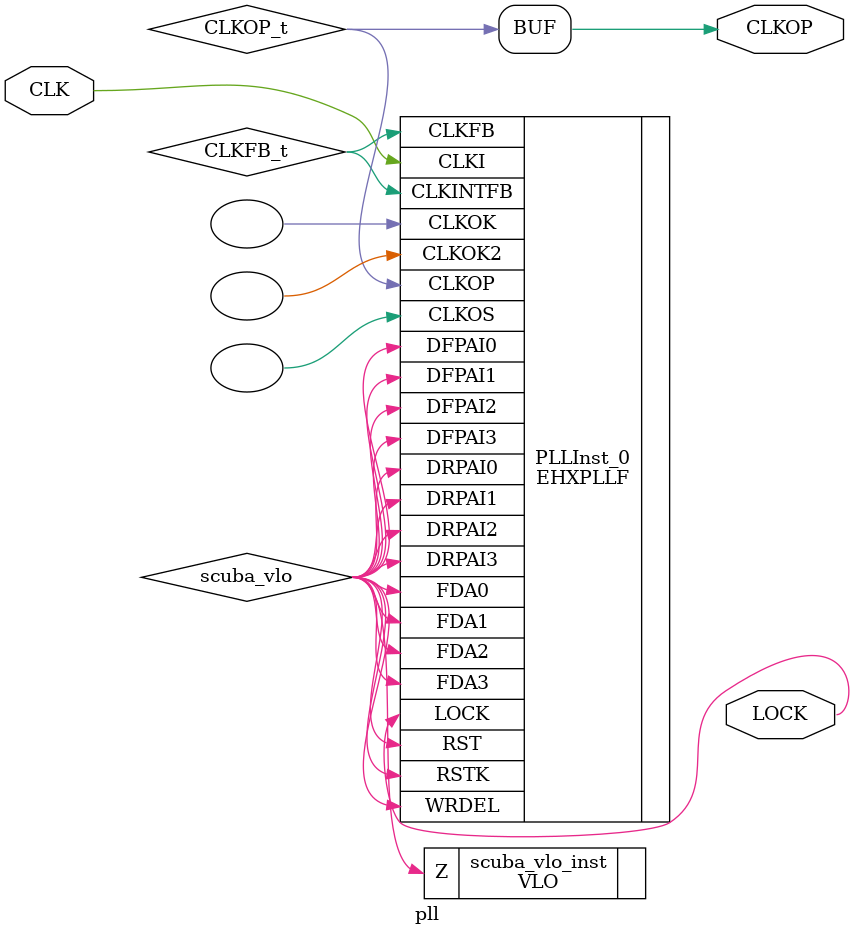
<source format=v>
/* Verilog netlist generated by SCUBA Diamond_1.4_Production (87) */
/* Module Version: 5.2 */
/* C:\lscc\diamond\1.4\ispfpga\bin\nt\scuba.exe -w -n pll -lang verilog -synth synplify -arch ep5c00 -type pll -fin 125 -phase_cntl STATIC -mdiv 2 -ndiv 4 -vdiv 4 -fb_mode INTERNAL -noclkos -noclkok -norst -noclkok2 -bw -e  */
/* Thu Jan 10 00:57:12 2013 */


`timescale 1 ns / 1 ps
module pll (CLK, CLKOP, LOCK)/* synthesis syn_noprune=1 */;// exemplar attribute pll dont_touch true 
    input wire CLK;
    output wire CLKOP;
    output wire LOCK;

    wire CLKOP_t;
    wire CLKFB_t;
    wire scuba_vlo;

    VLO scuba_vlo_inst (.Z(scuba_vlo));

    defparam PLLInst_0.FEEDBK_PATH = "INTERNAL" ;
    defparam PLLInst_0.CLKOK_BYPASS = "DISABLED" ;
    defparam PLLInst_0.CLKOS_BYPASS = "DISABLED" ;
    defparam PLLInst_0.CLKOP_BYPASS = "DISABLED" ;
    defparam PLLInst_0.CLKOK_INPUT = "CLKOP" ;
    defparam PLLInst_0.DELAY_PWD = "DISABLED" ;
    defparam PLLInst_0.DELAY_VAL = 0 ;
    defparam PLLInst_0.CLKOS_TRIM_DELAY = 0 ;
    defparam PLLInst_0.CLKOS_TRIM_POL = "RISING" ;
    defparam PLLInst_0.CLKOP_TRIM_DELAY = 0 ;
    defparam PLLInst_0.CLKOP_TRIM_POL = "RISING" ;
    defparam PLLInst_0.PHASE_DELAY_CNTL = "STATIC" ;
    defparam PLLInst_0.DUTY = 8 ;
    defparam PLLInst_0.PHASEADJ = "0.0" ;
    defparam PLLInst_0.CLKOK_DIV = 2 ;
    defparam PLLInst_0.CLKOP_DIV = 4 ;
    defparam PLLInst_0.CLKFB_DIV = 4 ;
    defparam PLLInst_0.CLKI_DIV = 2 ;
    defparam PLLInst_0.FIN = "125.000000" ;
    EHXPLLF PLLInst_0 (.CLKI(CLK), .CLKFB(CLKFB_t), .RST(scuba_vlo), .RSTK(scuba_vlo), 
        .WRDEL(scuba_vlo), .DRPAI3(scuba_vlo), .DRPAI2(scuba_vlo), .DRPAI1(scuba_vlo), 
        .DRPAI0(scuba_vlo), .DFPAI3(scuba_vlo), .DFPAI2(scuba_vlo), .DFPAI1(scuba_vlo), 
        .DFPAI0(scuba_vlo), .FDA3(scuba_vlo), .FDA2(scuba_vlo), .FDA1(scuba_vlo), 
        .FDA0(scuba_vlo), .CLKOP(CLKOP_t), .CLKOS(), .CLKOK(), .CLKOK2(), 
        .LOCK(LOCK), .CLKINTFB(CLKFB_t))
             /* synthesis FREQUENCY_PIN_CLKOP="250.000000" */
             /* synthesis FREQUENCY_PIN_CLKI="125.000000" */
             /* synthesis FREQUENCY_PIN_CLKOK="50.000000" */;

    assign CLKOP = CLKOP_t;


    // exemplar begin
    // exemplar attribute PLLInst_0 FREQUENCY_PIN_CLKOP 250.000000
    // exemplar attribute PLLInst_0 FREQUENCY_PIN_CLKI 125.000000
    // exemplar attribute PLLInst_0 FREQUENCY_PIN_CLKOK 50.000000
    // exemplar end

endmodule

</source>
